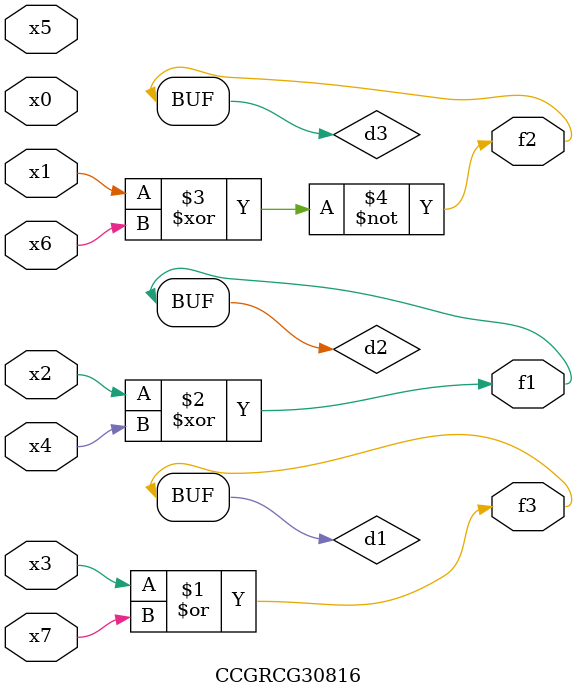
<source format=v>
module CCGRCG30816(
	input x0, x1, x2, x3, x4, x5, x6, x7,
	output f1, f2, f3
);

	wire d1, d2, d3;

	or (d1, x3, x7);
	xor (d2, x2, x4);
	xnor (d3, x1, x6);
	assign f1 = d2;
	assign f2 = d3;
	assign f3 = d1;
endmodule

</source>
